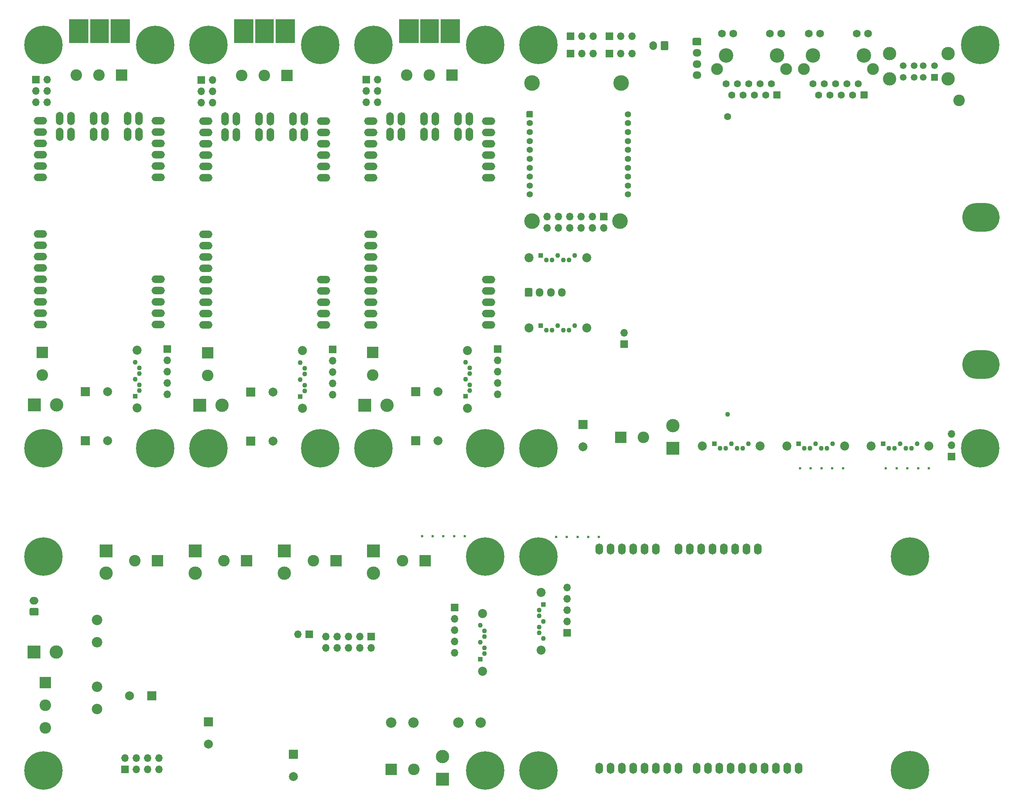
<source format=gbs>
G04 #@! TF.GenerationSoftware,KiCad,Pcbnew,8.0.4+1*
G04 #@! TF.CreationDate,2024-10-19T13:43:31+00:00*
G04 #@! TF.ProjectId,hw-openmower-universal,68772d6f-7065-46e6-9d6f-7765722d756e,rev?*
G04 #@! TF.SameCoordinates,Original*
G04 #@! TF.FileFunction,Soldermask,Bot*
G04 #@! TF.FilePolarity,Negative*
%FSLAX46Y46*%
G04 Gerber Fmt 4.6, Leading zero omitted, Abs format (unit mm)*
G04 Created by KiCad (PCBNEW 8.0.4+1) date 2024-10-19 13:43:31*
%MOMM*%
%LPD*%
G01*
G04 APERTURE LIST*
%ADD10C,0.100000*%
%ADD11R,1.700000X1.700000*%
%ADD12O,1.700000X1.700000*%
%ADD13R,1.100000X1.100000*%
%ADD14C,1.100000*%
%ADD15C,2.025000*%
%ADD16C,0.600000*%
%ADD17C,0.900000*%
%ADD18C,8.600000*%
%ADD19R,2.000000X2.000000*%
%ADD20C,2.000000*%
%ADD21O,1.700000X2.000000*%
%ADD22R,2.600000X2.600000*%
%ADD23C,2.600000*%
%ADD24O,1.950000X1.700000*%
%ADD25C,1.412000*%
%ADD26R,3.000000X3.000000*%
%ADD27C,3.000000*%
%ADD28O,1.727200X2.500000*%
%ADD29R,1.500000X1.500000*%
%ADD30C,1.500000*%
%ADD31O,3.000000X1.700000*%
%ADD32O,1.700000X3.000000*%
%ADD33C,3.250000*%
%ADD34C,1.602000*%
%ADD35C,1.734000*%
%ADD36C,2.649000*%
%ADD37O,1.700000X1.950000*%
%ADD38C,2.350000*%
%ADD39C,3.500000*%
%ADD40C,1.600000*%
%ADD41O,8.400000X6.400000*%
%ADD42O,2.000000X1.700000*%
G04 APERTURE END LIST*
D10*
X60500000Y-19250000D02*
X64500000Y-19250000D01*
X64500000Y-24500000D01*
X60500000Y-24500000D01*
X60500000Y-19250000D01*
G36*
X60500000Y-19250000D02*
G01*
X64500000Y-19250000D01*
X64500000Y-24500000D01*
X60500000Y-24500000D01*
X60500000Y-19250000D01*
G37*
X92750000Y-19250000D02*
X97000000Y-19250000D01*
X97000000Y-24500000D01*
X92750000Y-24500000D01*
X92750000Y-19250000D01*
G36*
X92750000Y-19250000D02*
G01*
X97000000Y-19250000D01*
X97000000Y-24500000D01*
X92750000Y-24500000D01*
X92750000Y-19250000D01*
G37*
X134500000Y-19250000D02*
X138500000Y-19250000D01*
X138500000Y-24500000D01*
X134500000Y-24500000D01*
X134500000Y-19250000D01*
G36*
X134500000Y-19250000D02*
G01*
X138500000Y-19250000D01*
X138500000Y-24500000D01*
X134500000Y-24500000D01*
X134500000Y-19250000D01*
G37*
X65000000Y-19250000D02*
X69250000Y-19250000D01*
X69250000Y-24500000D01*
X65000000Y-24500000D01*
X65000000Y-19250000D01*
G36*
X65000000Y-19250000D02*
G01*
X69250000Y-19250000D01*
X69250000Y-24500000D01*
X65000000Y-24500000D01*
X65000000Y-19250000D01*
G37*
X102000000Y-19250000D02*
X106250000Y-19250000D01*
X106250000Y-24500000D01*
X102000000Y-24500000D01*
X102000000Y-19250000D01*
G36*
X102000000Y-19250000D02*
G01*
X106250000Y-19250000D01*
X106250000Y-24500000D01*
X102000000Y-24500000D01*
X102000000Y-19250000D01*
G37*
X129750000Y-19250000D02*
X134000000Y-19250000D01*
X134000000Y-24500000D01*
X129750000Y-24500000D01*
X129750000Y-19250000D01*
G36*
X129750000Y-19250000D02*
G01*
X134000000Y-19250000D01*
X134000000Y-24500000D01*
X129750000Y-24500000D01*
X129750000Y-19250000D01*
G37*
X55750000Y-19250000D02*
X60000000Y-19250000D01*
X60000000Y-24500000D01*
X55750000Y-24500000D01*
X55750000Y-19250000D01*
G36*
X55750000Y-19250000D02*
G01*
X60000000Y-19250000D01*
X60000000Y-24500000D01*
X55750000Y-24500000D01*
X55750000Y-19250000D01*
G37*
X97500000Y-19250000D02*
X101500000Y-19250000D01*
X101500000Y-24500000D01*
X97500000Y-24500000D01*
X97500000Y-19250000D01*
G36*
X97500000Y-19250000D02*
G01*
X101500000Y-19250000D01*
X101500000Y-24500000D01*
X97500000Y-24500000D01*
X97500000Y-19250000D01*
G37*
X139000000Y-19250000D02*
X143250000Y-19250000D01*
X143250000Y-24500000D01*
X139000000Y-24500000D01*
X139000000Y-19250000D01*
G36*
X139000000Y-19250000D02*
G01*
X143250000Y-19250000D01*
X143250000Y-24500000D01*
X139000000Y-24500000D01*
X139000000Y-19250000D01*
G37*
D11*
X168200000Y-22987000D03*
D12*
X170740000Y-22987000D03*
X173280000Y-22987000D03*
D13*
X144585000Y-103815000D03*
D14*
X145585000Y-102545000D03*
X145585000Y-101275000D03*
X144585000Y-100005000D03*
X145585000Y-98735000D03*
X145585000Y-97465000D03*
X144585000Y-96195000D03*
D15*
X145085000Y-106485000D03*
X145085000Y-93525000D03*
D16*
X238900000Y-120000000D03*
X241300000Y-120000000D03*
X243700000Y-120000000D03*
X246100000Y-120000000D03*
X248500000Y-120000000D03*
D17*
X145775000Y-187800000D03*
X146719581Y-185519581D03*
X146719581Y-190080419D03*
X149000000Y-184575000D03*
D18*
X149000000Y-187800000D03*
D17*
X149000000Y-191025000D03*
X151280419Y-185519581D03*
X151280419Y-190080419D03*
X152225000Y-187800000D03*
D19*
X96462323Y-102850000D03*
D20*
X101462323Y-102850000D03*
D19*
X133467323Y-102795000D03*
D20*
X138467323Y-102795000D03*
G36*
G01*
X190080000Y-24396000D02*
X190080000Y-25896000D01*
G75*
G02*
X189830000Y-26146000I-250000J0D01*
G01*
X188630000Y-26146000D01*
G75*
G02*
X188380000Y-25896000I0J250000D01*
G01*
X188380000Y-24396000D01*
G75*
G02*
X188630000Y-24146000I250000J0D01*
G01*
X189830000Y-24146000D01*
G75*
G02*
X190080000Y-24396000I0J-250000D01*
G01*
G37*
D21*
X186730000Y-25146000D03*
D22*
X123780000Y-94000000D03*
D23*
X123780000Y-99080000D03*
D17*
X157775000Y-115500000D03*
X158719581Y-113219581D03*
X158719581Y-117780419D03*
X161000000Y-112275000D03*
D18*
X161000000Y-115500000D03*
D17*
X161000000Y-118725000D03*
X163280419Y-113219581D03*
X163280419Y-117780419D03*
X164225000Y-115500000D03*
G36*
G01*
X195775000Y-23400000D02*
X197225000Y-23400000D01*
G75*
G02*
X197475000Y-23650000I0J-250000D01*
G01*
X197475000Y-24850000D01*
G75*
G02*
X197225000Y-25100000I-250000J0D01*
G01*
X195775000Y-25100000D01*
G75*
G02*
X195525000Y-24850000I0J250000D01*
G01*
X195525000Y-23650000D01*
G75*
G02*
X195775000Y-23400000I250000J0D01*
G01*
G37*
D24*
X196500000Y-26750000D03*
X196500000Y-29250000D03*
X196500000Y-31750000D03*
D11*
X168200000Y-26924000D03*
D12*
X170740000Y-26924000D03*
X173280000Y-26924000D03*
D11*
X176900000Y-22987000D03*
D12*
X179440000Y-22987000D03*
X181980000Y-22987000D03*
D17*
X46775000Y-25000000D03*
X47719581Y-22719581D03*
X47719581Y-27280419D03*
X50000000Y-21775000D03*
D18*
X50000000Y-25000000D03*
D17*
X50000000Y-28225000D03*
X52280419Y-22719581D03*
X52280419Y-27280419D03*
X53225000Y-25000000D03*
D11*
X85380000Y-32825000D03*
D12*
X87920000Y-32825000D03*
X85380000Y-35365000D03*
X87920000Y-35365000D03*
X85380000Y-37905000D03*
X87920000Y-37905000D03*
D11*
X253619000Y-117348000D03*
D12*
X253619000Y-114808000D03*
X253619000Y-112268000D03*
D11*
X123480000Y-157750000D03*
D12*
X123480000Y-160290000D03*
X120940000Y-157750000D03*
X120940000Y-160290000D03*
X118400000Y-157750000D03*
X118400000Y-160290000D03*
X115860000Y-157750000D03*
X115860000Y-160290000D03*
X113320000Y-157750000D03*
X113320000Y-160290000D03*
D22*
X75545000Y-140695000D03*
D23*
X70465000Y-140695000D03*
G36*
G01*
X158290100Y-41139800D02*
X158290100Y-39931800D01*
G75*
G02*
X158392100Y-39829800I102000J0D01*
G01*
X159600100Y-39829800D01*
G75*
G02*
X159702100Y-39931800I0J-102000D01*
G01*
X159702100Y-41139800D01*
G75*
G02*
X159600100Y-41241800I-102000J0D01*
G01*
X158392100Y-41241800D01*
G75*
G02*
X158290100Y-41139800I0J102000D01*
G01*
G37*
D25*
X158996100Y-42535800D03*
X158996100Y-44535800D03*
X158996100Y-46535800D03*
X158996100Y-48535800D03*
X158996100Y-50535800D03*
X158996100Y-52535800D03*
X158996100Y-54535800D03*
X158996100Y-56535800D03*
X158996100Y-58535800D03*
X181003400Y-58535800D03*
X181003400Y-56535800D03*
X181003400Y-54535800D03*
X181003400Y-52535800D03*
X181003400Y-50535800D03*
X181003400Y-48535800D03*
X181003400Y-46535800D03*
X181003400Y-44535800D03*
X181003400Y-42535800D03*
X181003400Y-40535800D03*
D17*
X157775000Y-187800000D03*
X158719581Y-185519581D03*
X158719581Y-190080419D03*
X161000000Y-184575000D03*
D18*
X161000000Y-187800000D03*
D17*
X161000000Y-191025000D03*
X163280419Y-185519581D03*
X163280419Y-190080419D03*
X164225000Y-187800000D03*
D26*
X104000000Y-138500000D03*
D27*
X104000000Y-143500000D03*
D28*
X210137500Y-138057500D03*
X202517500Y-138057500D03*
X199977500Y-138057500D03*
X187277500Y-138057500D03*
X184737500Y-138057500D03*
X182197500Y-138057500D03*
X179657500Y-138057500D03*
X177117500Y-138057500D03*
X174577500Y-138057500D03*
X214201500Y-187317500D03*
X174577500Y-187317500D03*
X177117500Y-187317500D03*
X179657500Y-187317500D03*
X182197501Y-187317500D03*
X184737500Y-187317500D03*
X187277500Y-187317500D03*
X189817500Y-187317500D03*
X192357499Y-187317500D03*
X196421499Y-187317500D03*
X198961500Y-187317500D03*
X201501500Y-187317500D03*
X204041500Y-187317500D03*
X206581500Y-187317500D03*
X209121501Y-187317500D03*
X211661500Y-187317500D03*
X197437500Y-138057500D03*
X194897500Y-138057500D03*
X207597500Y-138057500D03*
X205057500Y-138057500D03*
X219281499Y-187317500D03*
X216741500Y-187317500D03*
X192357500Y-138057500D03*
D13*
X147900000Y-162850000D03*
D14*
X148900000Y-161580000D03*
X148900000Y-160310000D03*
X147900000Y-159040000D03*
X148900000Y-157770000D03*
X148900000Y-156500000D03*
X147900000Y-155230000D03*
D15*
X148400000Y-165520000D03*
X148400000Y-152560000D03*
D19*
X170942000Y-110109000D03*
D20*
X170942000Y-115109000D03*
D26*
X47850000Y-161200000D03*
D27*
X52850000Y-161200000D03*
D17*
X83775000Y-115500000D03*
X84719581Y-113219581D03*
X84719581Y-117780419D03*
X87000000Y-112275000D03*
D18*
X87000000Y-115500000D03*
D17*
X87000000Y-118725000D03*
X89280419Y-113219581D03*
X89280419Y-117780419D03*
X90225000Y-115500000D03*
D13*
X70500000Y-103770000D03*
D14*
X71500000Y-102500000D03*
X71500000Y-101230000D03*
X70500000Y-99960000D03*
X71500000Y-98690000D03*
X71500000Y-97420000D03*
X70500000Y-96150000D03*
D15*
X71000000Y-106440000D03*
X71000000Y-93480000D03*
D22*
X95545000Y-140695000D03*
D23*
X90465000Y-140695000D03*
D29*
X249750000Y-32250000D03*
D30*
X247250000Y-32250000D03*
X245250000Y-32250000D03*
X242750000Y-32250000D03*
X249750000Y-29630000D03*
X247250000Y-29630000D03*
X245250000Y-29630000D03*
X242750000Y-29630000D03*
D27*
X252820000Y-32600000D03*
X252820000Y-26920000D03*
X239680000Y-32600000D03*
X239680000Y-26920000D03*
D17*
X83775000Y-25000000D03*
X84719581Y-22719581D03*
X84719581Y-27280419D03*
X87000000Y-21775000D03*
D18*
X87000000Y-25000000D03*
D17*
X87000000Y-28225000D03*
X89280419Y-22719581D03*
X89280419Y-27280419D03*
X90225000Y-25000000D03*
D31*
X123395000Y-85220000D03*
X123395000Y-82680000D03*
X123395000Y-77600000D03*
X123395000Y-75060000D03*
X123395000Y-72520000D03*
X123395000Y-80140000D03*
X123395000Y-49660000D03*
X149795000Y-49660000D03*
X123395000Y-47120000D03*
X149795000Y-47120000D03*
X123395000Y-69980000D03*
X149795000Y-87760000D03*
X149795000Y-85220000D03*
X149795000Y-82680000D03*
X149795000Y-80140000D03*
X123395000Y-87760000D03*
X149795000Y-77600000D03*
X123395000Y-67440000D03*
X123395000Y-44580000D03*
X149795000Y-44580000D03*
X123395000Y-42040000D03*
X149795000Y-42040000D03*
D32*
X142945000Y-45080000D03*
X145485000Y-45080000D03*
X142945000Y-41540000D03*
X145485000Y-41540000D03*
X135325000Y-45080000D03*
X137865000Y-45080000D03*
X135325000Y-41540000D03*
X137865000Y-41540000D03*
D31*
X123395000Y-54740000D03*
X149795000Y-54740000D03*
X123395000Y-52200000D03*
X149795000Y-52200000D03*
D32*
X127705000Y-45080000D03*
X130245000Y-45080000D03*
X127705000Y-41540000D03*
X130245000Y-41540000D03*
D11*
X176900000Y-26924000D03*
D12*
X179440000Y-26924000D03*
X181980000Y-26924000D03*
D17*
X71775000Y-115500000D03*
X72719581Y-113219581D03*
X72719581Y-117780419D03*
X75000000Y-112275000D03*
D18*
X75000000Y-115500000D03*
D17*
X75000000Y-118725000D03*
X77280419Y-113219581D03*
X77280419Y-117780419D03*
X78225000Y-115500000D03*
D11*
X142200000Y-151170000D03*
D12*
X142200000Y-153710000D03*
X142200000Y-156250000D03*
X142200000Y-158790000D03*
X142200000Y-161330000D03*
D17*
X108775000Y-25000000D03*
X109719581Y-22719581D03*
X109719581Y-27280419D03*
X112000000Y-21775000D03*
D18*
X112000000Y-25000000D03*
D17*
X112000000Y-28225000D03*
X114280419Y-22719581D03*
X114280419Y-27280419D03*
X115225000Y-25000000D03*
D22*
X104580000Y-31805000D03*
D23*
X99500000Y-31805000D03*
X94420000Y-31805000D03*
D17*
X108775000Y-115500000D03*
X109719581Y-113219581D03*
X109719581Y-117780419D03*
X112000000Y-112275000D03*
D18*
X112000000Y-115500000D03*
D17*
X112000000Y-118725000D03*
X114280419Y-113219581D03*
X114280419Y-117780419D03*
X115225000Y-115500000D03*
X120775000Y-25000000D03*
X121719581Y-22719581D03*
X121719581Y-27280419D03*
X124000000Y-21775000D03*
D18*
X124000000Y-25000000D03*
D17*
X124000000Y-28225000D03*
X126280419Y-22719581D03*
X126280419Y-27280419D03*
X127225000Y-25000000D03*
X145775000Y-139800000D03*
X146719581Y-137519581D03*
X146719581Y-142080419D03*
X149000000Y-136575000D03*
D18*
X149000000Y-139800000D03*
D17*
X149000000Y-143025000D03*
X151280419Y-137519581D03*
X151280419Y-142080419D03*
X152225000Y-139800000D03*
X157775000Y-25000000D03*
X158719581Y-22719581D03*
X158719581Y-27280419D03*
X161000000Y-21775000D03*
D18*
X161000000Y-25000000D03*
D17*
X161000000Y-28225000D03*
X163280419Y-22719581D03*
X163280419Y-27280419D03*
X164225000Y-25000000D03*
D22*
X127920000Y-187500000D03*
D23*
X133000000Y-187500000D03*
D26*
X84000000Y-138500000D03*
D27*
X84000000Y-143500000D03*
D22*
X135545000Y-140695000D03*
D23*
X130465000Y-140695000D03*
D13*
X238230000Y-114500000D03*
D14*
X239500000Y-115500000D03*
X240770000Y-115500000D03*
X242040000Y-114500000D03*
X243310000Y-115500000D03*
X244580000Y-115500000D03*
X245850000Y-114500000D03*
D15*
X235560000Y-115000000D03*
X248520000Y-115000000D03*
D26*
X84980000Y-105850000D03*
D27*
X89980000Y-105850000D03*
D26*
X191135000Y-115443000D03*
D27*
X191135000Y-110443000D03*
D16*
X174550000Y-135350000D03*
X172150000Y-135350000D03*
X169750000Y-135350000D03*
X167350000Y-135350000D03*
X164950000Y-135350000D03*
D17*
X241050000Y-187730419D03*
X241994581Y-185450000D03*
X241994581Y-190010838D03*
X244275000Y-184505419D03*
D18*
X244275000Y-187730419D03*
D17*
X244275000Y-190955419D03*
X246555419Y-185450000D03*
X246555419Y-190010838D03*
X247500000Y-187730419D03*
D26*
X47900000Y-105750000D03*
D27*
X52900000Y-105750000D03*
D22*
X50400000Y-168021000D03*
D23*
X50400000Y-173101000D03*
X50400000Y-178181000D03*
D11*
X77750000Y-93175000D03*
D12*
X77750000Y-95715000D03*
X77750000Y-98255000D03*
X77750000Y-100795000D03*
X77750000Y-103335000D03*
D23*
X255300000Y-37400000D03*
D11*
X167400000Y-156880000D03*
D12*
X167400000Y-154340000D03*
X167400000Y-151800000D03*
X167400000Y-149260000D03*
X167400000Y-146720000D03*
D33*
X222535000Y-27305000D03*
X233965000Y-27305000D03*
G36*
G01*
X233169000Y-36894000D02*
X233169000Y-35496000D01*
G75*
G02*
X233271000Y-35394000I102000J0D01*
G01*
X234669000Y-35394000D01*
G75*
G02*
X234771000Y-35496000I0J-102000D01*
G01*
X234771000Y-36894000D01*
G75*
G02*
X234669000Y-36996000I-102000J0D01*
G01*
X233271000Y-36996000D01*
G75*
G02*
X233169000Y-36894000I0J102000D01*
G01*
G37*
D34*
X232690000Y-33655000D03*
X231430000Y-36195000D03*
X230150000Y-33655000D03*
X228890000Y-36195000D03*
X227610000Y-33655000D03*
X226350000Y-36195000D03*
X225070000Y-33655000D03*
X223810000Y-36195000D03*
X222530000Y-33655000D03*
D35*
X234875000Y-22405000D03*
X232335000Y-22405000D03*
X224165000Y-22405000D03*
X221625000Y-22405000D03*
D36*
X235995000Y-30355000D03*
X220505000Y-30355000D03*
D17*
X256775000Y-25000000D03*
X257719581Y-22719581D03*
X257719581Y-27280419D03*
X260000000Y-21775000D03*
D18*
X260000000Y-25000000D03*
D17*
X260000000Y-28225000D03*
X262280419Y-22719581D03*
X262280419Y-27280419D03*
X263225000Y-25000000D03*
D11*
X151835000Y-93220000D03*
D12*
X151835000Y-95760000D03*
X151835000Y-98300000D03*
X151835000Y-100840000D03*
X151835000Y-103380000D03*
D19*
X96462323Y-113850000D03*
D20*
X101462323Y-113850000D03*
D17*
X145775000Y-115500000D03*
X146719581Y-113219581D03*
X146719581Y-117780419D03*
X149000000Y-112275000D03*
D18*
X149000000Y-115500000D03*
D17*
X149000000Y-118725000D03*
X151280419Y-113219581D03*
X151280419Y-117780419D03*
X152225000Y-115500000D03*
D11*
X122385000Y-32770000D03*
D12*
X124925000Y-32770000D03*
X122385000Y-35310000D03*
X124925000Y-35310000D03*
X122385000Y-37850000D03*
X124925000Y-37850000D03*
D13*
X107580000Y-103870000D03*
D14*
X108580000Y-102600000D03*
X108580000Y-101330000D03*
X107580000Y-100060000D03*
X108580000Y-98790000D03*
X108580000Y-97520000D03*
X107580000Y-96250000D03*
D15*
X108080000Y-106540000D03*
X108080000Y-93580000D03*
D17*
X241025000Y-139800000D03*
X241969581Y-137519581D03*
X241969581Y-142080419D03*
X244250000Y-136575000D03*
D18*
X244250000Y-139800000D03*
D17*
X244250000Y-143025000D03*
X246530419Y-137519581D03*
X246530419Y-142080419D03*
X247475000Y-139800000D03*
D19*
X59382323Y-102750000D03*
D20*
X64382323Y-102750000D03*
D26*
X64000000Y-138500000D03*
D27*
X64000000Y-143500000D03*
D22*
X179451000Y-113030000D03*
D23*
X184531000Y-113030000D03*
D11*
X68224400Y-187502800D03*
D12*
X68224400Y-184962800D03*
X70764400Y-187502800D03*
X70764400Y-184962800D03*
X73304400Y-187502800D03*
X73304400Y-184962800D03*
X75844400Y-187502800D03*
X75844400Y-184962800D03*
G36*
G01*
X157900000Y-81225000D02*
X157900000Y-79775000D01*
G75*
G02*
X158150000Y-79525000I250000J0D01*
G01*
X159350000Y-79525000D01*
G75*
G02*
X159600000Y-79775000I0J-250000D01*
G01*
X159600000Y-81225000D01*
G75*
G02*
X159350000Y-81475000I-250000J0D01*
G01*
X158150000Y-81475000D01*
G75*
G02*
X157900000Y-81225000I0J250000D01*
G01*
G37*
D37*
X161250000Y-80500000D03*
X163750000Y-80500000D03*
X166250000Y-80500000D03*
D17*
X46775000Y-139800000D03*
X47719581Y-137519581D03*
X47719581Y-142080419D03*
X50000000Y-136575000D03*
D18*
X50000000Y-139800000D03*
D17*
X50000000Y-143025000D03*
X52280419Y-137519581D03*
X52280419Y-142080419D03*
X53225000Y-139800000D03*
D26*
X139465000Y-189695000D03*
D27*
X139465000Y-184695000D03*
D31*
X86390000Y-85275000D03*
X86390000Y-82735000D03*
X86390000Y-77655000D03*
X86390000Y-75115000D03*
X86390000Y-72575000D03*
X86390000Y-80195000D03*
X86390000Y-49715000D03*
X112790000Y-49715000D03*
X86390000Y-47175000D03*
X112790000Y-47175000D03*
X86390000Y-70035000D03*
X112790000Y-87815000D03*
X112790000Y-85275000D03*
X112790000Y-82735000D03*
X112790000Y-80195000D03*
X86390000Y-87815000D03*
X112790000Y-77655000D03*
X86390000Y-67495000D03*
X86390000Y-44635000D03*
X112790000Y-44635000D03*
X86390000Y-42095000D03*
X112790000Y-42095000D03*
D32*
X105940000Y-45135000D03*
X108480000Y-45135000D03*
X105940000Y-41595000D03*
X108480000Y-41595000D03*
X98320000Y-45135000D03*
X100860000Y-45135000D03*
X98320000Y-41595000D03*
X100860000Y-41595000D03*
D31*
X86390000Y-54795000D03*
X112790000Y-54795000D03*
X86390000Y-52255000D03*
X112790000Y-52255000D03*
D32*
X90700000Y-45135000D03*
X93240000Y-45135000D03*
X90700000Y-41595000D03*
X93240000Y-41595000D03*
D19*
X87000000Y-176882323D03*
D20*
X87000000Y-181882323D03*
D19*
X59382323Y-113750000D03*
D20*
X64382323Y-113750000D03*
D33*
X203035000Y-27305000D03*
X214465000Y-27305000D03*
G36*
G01*
X213669000Y-36894000D02*
X213669000Y-35496000D01*
G75*
G02*
X213771000Y-35394000I102000J0D01*
G01*
X215169000Y-35394000D01*
G75*
G02*
X215271000Y-35496000I0J-102000D01*
G01*
X215271000Y-36894000D01*
G75*
G02*
X215169000Y-36996000I-102000J0D01*
G01*
X213771000Y-36996000D01*
G75*
G02*
X213669000Y-36894000I0J102000D01*
G01*
G37*
D34*
X213190000Y-33655000D03*
X211930000Y-36195000D03*
X210650000Y-33655000D03*
X209390000Y-36195000D03*
X208110000Y-33655000D03*
X206850000Y-36195000D03*
X205570000Y-33655000D03*
X204310000Y-36195000D03*
X203030000Y-33655000D03*
D35*
X215375000Y-22405000D03*
X212835000Y-22405000D03*
X204665000Y-22405000D03*
X202125000Y-22405000D03*
D36*
X216495000Y-30355000D03*
X201005000Y-30355000D03*
D22*
X86775000Y-94055000D03*
D23*
X86775000Y-99135000D03*
D11*
X114830000Y-93275000D03*
D12*
X114830000Y-95815000D03*
X114830000Y-98355000D03*
X114830000Y-100895000D03*
X114830000Y-103435000D03*
D26*
X121985000Y-105795000D03*
D27*
X126985000Y-105795000D03*
D22*
X49695000Y-93955000D03*
D23*
X49695000Y-99035000D03*
D31*
X49310000Y-85175000D03*
X49310000Y-82635000D03*
X49310000Y-77555000D03*
X49310000Y-75015000D03*
X49310000Y-72475000D03*
X49310000Y-80095000D03*
X49310000Y-49615000D03*
X75710000Y-49615000D03*
X49310000Y-47075000D03*
X75710000Y-47075000D03*
X49310000Y-69935000D03*
X75710000Y-87715000D03*
X75710000Y-85175000D03*
X75710000Y-82635000D03*
X75710000Y-80095000D03*
X49310000Y-87715000D03*
X75710000Y-77555000D03*
X49310000Y-67395000D03*
X49310000Y-44535000D03*
X75710000Y-44535000D03*
X49310000Y-41995000D03*
X75710000Y-41995000D03*
D32*
X68860000Y-45035000D03*
X71400000Y-45035000D03*
X68860000Y-41495000D03*
X71400000Y-41495000D03*
X61240000Y-45035000D03*
X63780000Y-45035000D03*
X61240000Y-41495000D03*
X63780000Y-41495000D03*
D31*
X49310000Y-54695000D03*
X75710000Y-54695000D03*
X49310000Y-52155000D03*
X75710000Y-52155000D03*
D32*
X53620000Y-45035000D03*
X56160000Y-45035000D03*
X53620000Y-41495000D03*
X56160000Y-41495000D03*
D11*
X109600000Y-157200000D03*
D12*
X107060000Y-157200000D03*
D22*
X115545000Y-140695000D03*
D23*
X110465000Y-140695000D03*
D38*
X62000000Y-173975000D03*
X62000000Y-168975000D03*
X62000000Y-158975000D03*
X62000000Y-153975000D03*
D11*
X180200000Y-92075000D03*
D12*
X180200000Y-89535000D03*
D17*
X145775000Y-25000000D03*
X146719581Y-22719581D03*
X146719581Y-27280419D03*
X149000000Y-21775000D03*
D18*
X149000000Y-25000000D03*
D17*
X149000000Y-28225000D03*
X151280419Y-22719581D03*
X151280419Y-27280419D03*
X152225000Y-25000000D03*
X256775000Y-115500000D03*
X257719581Y-113219581D03*
X257719581Y-117780419D03*
X260000000Y-112275000D03*
D18*
X260000000Y-115500000D03*
D17*
X260000000Y-118725000D03*
X262280419Y-113219581D03*
X262280419Y-117780419D03*
X263225000Y-115500000D03*
D16*
X134850000Y-135200000D03*
X137250000Y-135200000D03*
X139650000Y-135200000D03*
X142050000Y-135200000D03*
X144450000Y-135200000D03*
D13*
X219307000Y-114500000D03*
D14*
X220577000Y-115500000D03*
X221847000Y-115500000D03*
X223117000Y-114500000D03*
X224387000Y-115500000D03*
X225657000Y-115500000D03*
X226927000Y-114500000D03*
D15*
X216637000Y-115000000D03*
X229597000Y-115000000D03*
D17*
X71775000Y-25000000D03*
X72719581Y-22719581D03*
X72719581Y-27280419D03*
X75000000Y-21775000D03*
D18*
X75000000Y-25000000D03*
D17*
X75000000Y-28225000D03*
X77280419Y-22719581D03*
X77280419Y-27280419D03*
X78225000Y-25000000D03*
D19*
X106000000Y-184132323D03*
D20*
X106000000Y-189132323D03*
D39*
X159500000Y-33500000D03*
X159500000Y-64500000D03*
X179250000Y-64500000D03*
X179499999Y-33500000D03*
D11*
X175600000Y-63480000D03*
D12*
X173060000Y-63480000D03*
X170520000Y-63480000D03*
X167980000Y-63480000D03*
X165440000Y-63480000D03*
X162900000Y-63480000D03*
X175599999Y-66020000D03*
X173060000Y-66020000D03*
X170520000Y-66020000D03*
X167980000Y-66020000D03*
X165440000Y-66020001D03*
X162900000Y-66020000D03*
D13*
X161500000Y-88000000D03*
D14*
X162770000Y-89000000D03*
X164040000Y-89000000D03*
X165310000Y-88000000D03*
X166580000Y-89000000D03*
X167850000Y-89000000D03*
X169120000Y-88000000D03*
D15*
X158830000Y-88500000D03*
X171790000Y-88500000D03*
D13*
X162100000Y-150520000D03*
D14*
X161100000Y-151790000D03*
X161100000Y-153060000D03*
X162100000Y-154330000D03*
X161100000Y-155600000D03*
X161100000Y-156870000D03*
X162100000Y-158140000D03*
D15*
X161600000Y-147850000D03*
X161600000Y-160810000D03*
D13*
X200384000Y-114500000D03*
D14*
X201654000Y-115500000D03*
X202924000Y-115500000D03*
X204194000Y-114500000D03*
X205464000Y-115500000D03*
X206734000Y-115500000D03*
X208004000Y-114500000D03*
D15*
X197714000Y-115000000D03*
X210674000Y-115000000D03*
D19*
X74250000Y-171000000D03*
D20*
X69250000Y-171000000D03*
D40*
X203420000Y-41047000D03*
D14*
X203420000Y-107847000D03*
D41*
X260220000Y-63647000D03*
X260220000Y-96647000D03*
D19*
X133467323Y-113795000D03*
D20*
X138467323Y-113795000D03*
D17*
X46775000Y-187800000D03*
X47719581Y-185519581D03*
X47719581Y-190080419D03*
X50000000Y-184575000D03*
D18*
X50000000Y-187800000D03*
D17*
X50000000Y-191025000D03*
X52280419Y-185519581D03*
X52280419Y-190080419D03*
X53225000Y-187800000D03*
G36*
G01*
X48625000Y-153000000D02*
X47125000Y-153000000D01*
G75*
G02*
X46875000Y-152750000I0J250000D01*
G01*
X46875000Y-151550000D01*
G75*
G02*
X47125000Y-151300000I250000J0D01*
G01*
X48625000Y-151300000D01*
G75*
G02*
X48875000Y-151550000I0J-250000D01*
G01*
X48875000Y-152750000D01*
G75*
G02*
X48625000Y-153000000I-250000J0D01*
G01*
G37*
D42*
X47875000Y-149650000D03*
D13*
X161500000Y-72250000D03*
D14*
X162770000Y-73250000D03*
X164040000Y-73250000D03*
X165310000Y-72250000D03*
X166580000Y-73250000D03*
X167850000Y-73250000D03*
X169120000Y-72250000D03*
D15*
X158830000Y-72750000D03*
X171790000Y-72750000D03*
D38*
X147975000Y-177000000D03*
X142975000Y-177000000D03*
X132975000Y-177000000D03*
X127975000Y-177000000D03*
D11*
X48300000Y-32725000D03*
D12*
X50840000Y-32725000D03*
X48300000Y-35265000D03*
X50840000Y-35265000D03*
X48300000Y-37805000D03*
X50840000Y-37805000D03*
D22*
X141585000Y-31750000D03*
D23*
X136505000Y-31750000D03*
X131425000Y-31750000D03*
D17*
X120775000Y-115500000D03*
X121719581Y-113219581D03*
X121719581Y-117780419D03*
X124000000Y-112275000D03*
D18*
X124000000Y-115500000D03*
D17*
X124000000Y-118725000D03*
X126280419Y-113219581D03*
X126280419Y-117780419D03*
X127225000Y-115500000D03*
D22*
X67500000Y-31750000D03*
D23*
X62420000Y-31750000D03*
X57340000Y-31750000D03*
D17*
X46775000Y-115500000D03*
X47719581Y-113219581D03*
X47719581Y-117780419D03*
X50000000Y-112275000D03*
D18*
X50000000Y-115500000D03*
D17*
X50000000Y-118725000D03*
X52280419Y-113219581D03*
X52280419Y-117780419D03*
X53225000Y-115500000D03*
D26*
X124000000Y-138500000D03*
D27*
X124000000Y-143500000D03*
D17*
X157775000Y-139800000D03*
X158719581Y-137519581D03*
X158719581Y-142080419D03*
X161000000Y-136575000D03*
D18*
X161000000Y-139800000D03*
D17*
X161000000Y-143025000D03*
X163280419Y-137519581D03*
X163280419Y-142080419D03*
X164225000Y-139800000D03*
D16*
X219650000Y-120000000D03*
X222050000Y-120000000D03*
X224450000Y-120000000D03*
X226850000Y-120000000D03*
X229250000Y-120000000D03*
M02*

</source>
